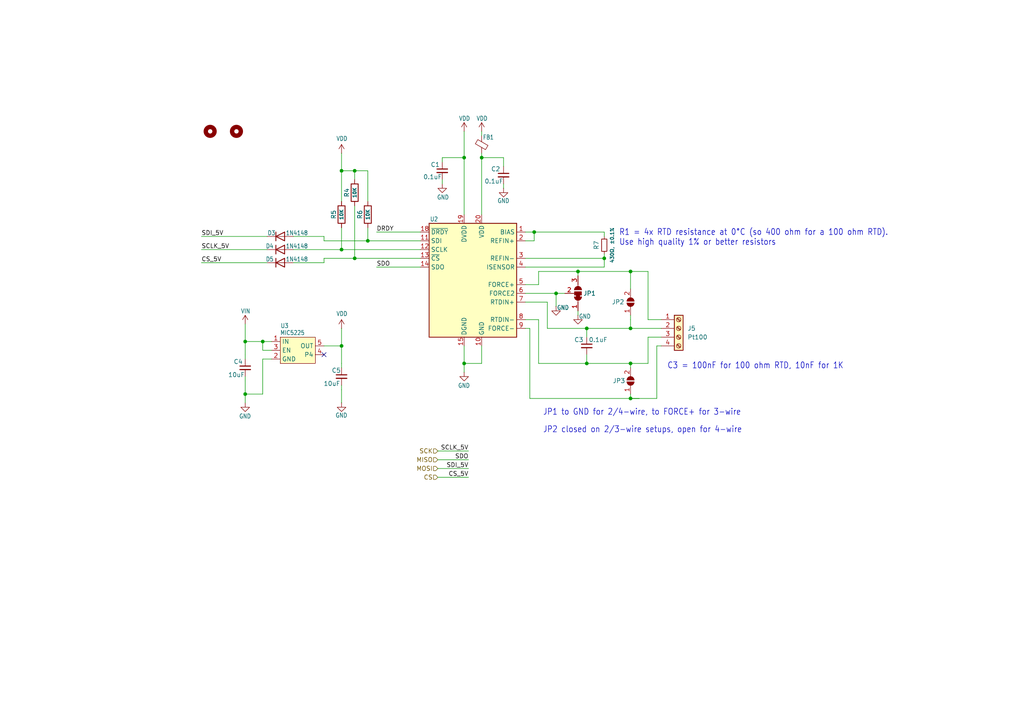
<source format=kicad_sch>
(kicad_sch (version 20231120) (generator "eeschema") (generator_version "8.0")
  (paper "A4")
  (lib_symbols
    (symbol "Connector:Screw_Terminal_01x04" (pin_names (offset 1.016) hide)
      (property "Reference" "J" (at 0 5.08 0))
      (property "Value" "Screw_Terminal_01x04" (at 0 -7.62 0))
      (symbol "Screw_Terminal_01x04_1_1"
        (rectangle (start -1.27 3.81) (end 1.27 -6.35) (stroke (width 0.254)) (fill (type background)))
        (circle (center 0 -5.08) (radius 0.635) (stroke (width 0.1524)))
        (circle (center 0 -2.54) (radius 0.635) (stroke (width 0.1524)))
        (polyline (pts (xy -0.5334 -4.7498) (xy 0.3302 -5.588)) (stroke (width 0.1524)))
        (polyline (pts (xy -0.5334 -2.2098) (xy 0.3302 -3.048)) (stroke (width 0.1524)))
        (polyline (pts (xy -0.5334 0.3302) (xy 0.3302 -0.508)) (stroke (width 0.1524)))
        (polyline (pts (xy -0.5334 2.8702) (xy 0.3302 2.032)) (stroke (width 0.1524)))
        (polyline (pts (xy -0.3556 -4.572) (xy 0.508 -5.4102)) (stroke (width 0.1524)))
        (polyline (pts (xy -0.3556 -2.032) (xy 0.508 -2.8702)) (stroke (width 0.1524)))
        (polyline (pts (xy -0.3556 0.508) (xy 0.508 -0.3302)) (stroke (width 0.1524)))
        (polyline (pts (xy -0.3556 3.048) (xy 0.508 2.2098)) (stroke (width 0.1524)))
        (circle (center 0 0) (radius 0.635) (stroke (width 0.1524)))
        (circle (center 0 2.54) (radius 0.635) (stroke (width 0.1524)))
        (pin passive line (at -5.08 2.54 0) (length 3.81) (name "Pin_1") (number "1"))
        (pin passive line (at -5.08 0 0) (length 3.81) (name "Pin_2") (number "2"))
        (pin passive line (at -5.08 -2.54 0) (length 3.81) (name "Pin_3") (number "3"))
        (pin passive line (at -5.08 -5.08 0) (length 3.81) (name "Pin_4") (number "4"))
      )
    )
    (symbol "Device:C_Small" (pin_numbers hide) (pin_names (offset 0.254) hide)
      (property "Reference" "C" (at 0.254 1.778 0))
      (property "Value" "C_Small" (at 0.254 -2.032 0))
      (symbol "C_Small_0_1"
        (polyline (pts (xy -1.524 -0.508) (xy 1.524 -0.508)) (stroke (width 0.3302)))
        (polyline (pts (xy -1.524 0.508) (xy 1.524 0.508)) (stroke (width 0.3048)))
      )
      (symbol "C_Small_1_1"
        (pin passive line (at 0 2.54 270) (length 2.032) (name "~") (number "1"))
        (pin passive line (at 0 -2.54 90) (length 2.032) (name "~") (number "2"))
      )
    )
    (symbol "Device:D" (pin_numbers hide) (pin_names (offset 1.016) hide)
      (property "Reference" "D" (at 0 2.54 0))
      (property "Value" "D" (at 0 -2.54 0))
      (symbol "D_0_1"
        (polyline (pts (xy -1.27 1.27) (xy -1.27 -1.27)) (stroke (width 0.254)))
        (polyline (pts (xy 1.27 0) (xy -1.27 0)))
        (polyline (pts (xy 1.27 1.27) (xy 1.27 -1.27) (xy -1.27 0) (xy 1.27 1.27)) (stroke (width 0.254)))
      )
      (symbol "D_1_1"
        (pin passive line (at -3.81 0 0) (length 2.54) (name "K") (number "1"))
        (pin passive line (at 3.81 0 180) (length 2.54) (name "A") (number "2"))
      )
    )
    (symbol "Device:FerriteBead_Small" (pin_numbers hide) (pin_names (offset 0))
      (property "Reference" "FB" (at 1.905 1.27 0))
      (property "Value" "FerriteBead_Small" (at 1.905 -1.27 0))
      (symbol "FerriteBead_Small_0_1"
        (polyline (pts (xy 0 -1.27) (xy 0 -0.7874)))
        (polyline (pts (xy 0 0.889) (xy 0 1.2954)))
        (polyline (pts (xy -1.8288 0.2794) (xy -1.1176 1.4986) (xy 1.8288 -0.2032) (xy 1.1176 -1.4224) (xy -1.8288 0.2794)))
      )
      (symbol "FerriteBead_Small_1_1"
        (pin passive line (at 0 2.54 270) (length 1.27) (name "~") (number "1"))
        (pin passive line (at 0 -2.54 90) (length 1.27) (name "~") (number "2"))
      )
    )
    (symbol "Device:R" (pin_numbers hide) (pin_names (offset 0))
      (property "Reference" "R" (at 2.032 0 90))
      (property "Value" "R" (at 0 0 90))
      (symbol "R_0_1"
        (rectangle (start -1.016 -2.54) (end 1.016 2.54) (stroke (width 0.254)))
      )
      (symbol "R_1_1"
        (pin passive line (at 0 3.81 270) (length 1.27) (name "~") (number "1"))
        (pin passive line (at 0 -3.81 90) (length 1.27) (name "~") (number "2"))
      )
    )
    (symbol "Device:R_Small" (pin_numbers hide) (pin_names (offset 0.254) hide)
      (property "Reference" "R" (at 0.762 0.508 0))
      (property "Value" "R_Small" (at 0.762 -1.016 0))
      (symbol "R_Small_0_1"
        (rectangle (start -0.762 1.778) (end 0.762 -1.778) (stroke (width 0.2032)))
      )
      (symbol "R_Small_1_1"
        (pin passive line (at 0 2.54 270) (length 0.762) (name "~") (number "1"))
        (pin passive line (at 0 -2.54 90) (length 0.762) (name "~") (number "2"))
      )
    )
    (symbol "Jumper:SolderJumper_2_Open" (pin_names (offset 0) hide)
      (property "Reference" "JP" (at 0 2.032 0))
      (property "Value" "SolderJumper_2_Open" (at 0 -2.54 0))
      (symbol "SolderJumper_2_Open_0_1"
        (arc (start -0.254 1.016) (mid -1.2656 0) (end -0.254 -1.016))
        (arc (start -0.254 1.016) (mid -1.2656 0) (end -0.254 -1.016) (fill (type outline)))
        (polyline (pts (xy -0.254 1.016) (xy -0.254 -1.016)))
        (polyline (pts (xy 0.254 1.016) (xy 0.254 -1.016)))
        (arc (start 0.254 -1.016) (mid 1.2656 0) (end 0.254 1.016))
        (arc (start 0.254 -1.016) (mid 1.2656 0) (end 0.254 1.016) (fill (type outline)))
      )
      (symbol "SolderJumper_2_Open_1_1"
        (pin passive line (at -3.81 0 0) (length 2.54) (name "A") (number "1"))
        (pin passive line (at 3.81 0 180) (length 2.54) (name "B") (number "2"))
      )
    )
    (symbol "Jumper:SolderJumper_3_Bridged12" (pin_names (offset 0) hide) (exclude_from_sim yes) (in_bom no)
      (property "Reference" "JP" (at -2.54 -2.54 0))
      (property "Value" "SolderJumper_3_Bridged12" (at 0 2.794 0))
      (symbol "SolderJumper_3_Bridged12_0_1"
        (rectangle (start -1.016 0.508) (end -0.508 -0.508) (fill (type outline)))
        (arc (start -1.016 1.016) (mid -2.0276 0) (end -1.016 -1.016))
        (arc (start -1.016 1.016) (mid -2.0276 0) (end -1.016 -1.016) (fill (type outline)))
        (rectangle (start -0.508 1.016) (end 0.508 -1.016) (fill (type outline)))
        (polyline (pts (xy -2.54 0) (xy -2.032 0)))
        (polyline (pts (xy -1.016 1.016) (xy -1.016 -1.016)))
        (polyline (pts (xy 0 -1.27) (xy 0 -1.016)))
        (polyline (pts (xy 1.016 1.016) (xy 1.016 -1.016)))
        (polyline (pts (xy 2.54 0) (xy 2.032 0)))
        (arc (start 1.016 -1.016) (mid 2.0276 0) (end 1.016 1.016))
        (arc (start 1.016 -1.016) (mid 2.0276 0) (end 1.016 1.016) (fill (type outline)))
      )
      (symbol "SolderJumper_3_Bridged12_1_1"
        (pin passive line (at -5.08 0 0) (length 2.54) (name "A") (number "1"))
        (pin passive line (at 0 -3.81 90) (length 2.54) (name "C") (number "2"))
        (pin passive line (at 5.08 0 180) (length 2.54) (name "B") (number "3"))
      )
    )
    (symbol "Mechanical:MountingHole" (pin_names (offset 1.016)) (exclude_from_sim yes) (in_bom no)
      (property "Reference" "H" (at 0 5.08 0))
      (property "Value" "MountingHole" (at 0 3.175 0))
      (symbol "MountingHole_0_1"
        (circle (center 0 0) (radius 1.27) (stroke (width 1.27)))
      )
    )
    (symbol "Sensor_Temperature:MAX31865xTP"
      (property "Reference" "U" (at -11.43 19.05 0))
      (property "Value" "MAX31865xTP" (at 10.16 19.05 0))
      (symbol "MAX31865xTP_0_1"
        (rectangle (start -12.7 17.78) (end 12.7 -15.24) (stroke (width 0.254)) (fill (type background)))
      )
      (symbol "MAX31865xTP_1_1"
        (pin power_out line (at 15.24 15.24 180) (length 2.54) (name "BIAS") (number "1"))
        (pin power_in line (at 2.54 -17.78 90) (length 2.54) (name "GND") (number "10"))
        (pin input line (at -15.24 12.7 0) (length 2.54) (name "SDI") (number "11"))
        (pin input line (at -15.24 10.16 0) (length 2.54) (name "SCLK") (number "12"))
        (pin input line (at -15.24 7.62 0) (length 2.54) (name "~{CS}") (number "13"))
        (pin tri_state line (at -15.24 5.08 0) (length 2.54) (name "SDO") (number "14"))
        (pin power_in line (at -2.54 -17.78 90) (length 2.54) (name "DGND") (number "15"))
        (pin passive line (at 2.54 -17.78 90) (length 2.54) hide (name "GND") (number "16"))
        (pin no_connect line (at -12.7 -2.54 0) (length 2.54) hide (name "NC") (number "17"))
        (pin output line (at -15.24 15.24 0) (length 2.54) (name "~{DRDY}") (number "18"))
        (pin power_in line (at -2.54 20.32 270) (length 2.54) (name "DVDD") (number "19"))
        (pin input line (at 15.24 12.7 180) (length 2.54) (name "REFIN+") (number "2"))
        (pin power_in line (at 2.54 20.32 270) (length 2.54) (name "VDD") (number "20"))
        (pin passive line (at 2.54 -17.78 90) (length 2.54) hide (name "GND") (number "21"))
        (pin input line (at 15.24 7.62 180) (length 2.54) (name "REFIN-") (number "3"))
        (pin passive line (at 15.24 5.08 180) (length 2.54) (name "ISENSOR") (number "4"))
        (pin passive line (at 15.24 0 180) (length 2.54) (name "FORCE+") (number "5"))
        (pin input line (at 15.24 -2.54 180) (length 2.54) (name "FORCE2") (number "6"))
        (pin input line (at 15.24 -5.08 180) (length 2.54) (name "RTDIN+") (number "7"))
        (pin input line (at 15.24 -10.16 180) (length 2.54) (name "RTDIN-") (number "8"))
        (pin power_out line (at 15.24 -12.7 180) (length 2.54) (name "FORCE-") (number "9"))
      )
    )
    (symbol "external_symbols:MIC5225"
      (property "Reference" "U" (at 0.762 8.89 0))
      (symbol "MIC5225_1_0"
        (pin power_in line (at -2.54 6.35 0) (length 2.54) (name "IN") (number "1"))
        (pin power_in line (at -2.54 1.27 0) (length 2.54) (name "GND") (number "2"))
        (pin input line (at -2.54 3.81 0) (length 2.54) (name "EN") (number "3"))
        (pin bidirectional line (at 12.7 2.54 180) (length 2.54) (name "P4") (number "4"))
        (pin power_in line (at 12.7 5.08 180) (length 2.54) (name "OUT") (number "5"))
      )
      (symbol "MIC5225_1_1"
        (rectangle (start 0 7.62) (end 10.16 0) (fill (type background)))
      )
    )
    (symbol "power:GND" (power) (pin_numbers hide) (pin_names (offset 0) hide)
      (property "Value" "GND" (at 0 -3.81 0))
      (symbol "GND_0_1"
        (polyline (pts (xy 0 0) (xy 0 -1.27) (xy 1.27 -1.27) (xy 0 -2.54) (xy -1.27 -1.27) (xy 0 -1.27)))
      )
      (symbol "GND_1_1"
        (pin power_in line (at 0 0 270) (length 0) (name "~") (number "1"))
      )
    )
    (symbol "power:VCC" (power) (pin_numbers hide) (pin_names (offset 0) hide)
      (property "Value" "VCC" (at 0 3.556 0))
      (symbol "VCC_0_1"
        (polyline (pts (xy -0.762 1.27) (xy 0 2.54)))
        (polyline (pts (xy 0 0) (xy 0 2.54)))
        (polyline (pts (xy 0 2.54) (xy 0.762 1.27)))
      )
      (symbol "VCC_1_1"
        (pin power_in line (at 0 0 90) (length 0) (name "~") (number "1"))
      )
    )
    (symbol "power:VDD" (power) (pin_numbers hide) (pin_names (offset 0) hide)
      (property "Value" "VDD" (at 0 3.556 0))
      (symbol "VDD_0_1"
        (polyline (pts (xy -0.762 1.27) (xy 0 2.54)))
        (polyline (pts (xy 0 0) (xy 0 2.54)))
        (polyline (pts (xy 0 2.54) (xy 0.762 1.27)))
      )
      (symbol "VDD_1_1"
        (pin power_in line (at 0 0 90) (length 0) (name "~") (number "1"))
      )
    )
  )
  (junction (at 154.94 67.31))
  (junction (at 102.87 74.93))
  (junction (at 99.06 49.53))
  (junction (at 182.88 95.25))
  (junction (at 182.88 78.74))
  (junction (at 134.62 45.72))
  (junction (at 182.88 105.41))
  (junction (at 106.68 69.85))
  (junction (at 161.29 85.09))
  (junction (at 99.06 100.33))
  (junction (at 102.87 49.53))
  (junction (at 76.2 99.06))
  (junction (at 170.18 105.41))
  (junction (at 167.64 78.74))
  (junction (at 170.18 95.25))
  (junction (at 182.88 115.57))
  (junction (at 71.12 114.3))
  (junction (at 139.7 45.72))
  (junction (at 71.12 99.06))
  (junction (at 175.26 74.93))
  (junction (at 99.06 72.39))
  (junction (at 134.62 105.41))
  (no_connect (at 93.98 102.87))
  (wire (pts (xy 71.12 102.87) (xy 71.12 99.06)) (stroke (width 0.1524)))
  (wire (pts (xy 158.75 87.63) (xy 158.75 95.25)) (stroke (width 0.1524)))
  (wire (pts (xy 152.4 77.47) (xy 175.26 77.47)) (stroke (width 0.1524)))
  (wire (pts (xy 187.96 97.79) (xy 187.96 105.41)))
  (wire (pts (xy 156.21 105.41) (xy 170.18 105.41)) (stroke (width 0.1524)))
  (wire (pts (xy 175.26 67.31) (xy 175.26 68.58)) (stroke (width 0.1524)))
  (wire (pts (xy 161.29 85.09) (xy 163.83 85.09)) (stroke (width 0.1524)))
  (wire (pts (xy 99.06 105.41) (xy 99.06 106.68)))
  (wire (pts (xy 93.98 69.85) (xy 93.98 68.58)) (stroke (width 0.1524)))
  (wire (pts (xy 152.4 74.93) (xy 175.26 74.93)) (stroke (width 0.1524)))
  (wire (pts (xy 191.77 97.79) (xy 187.96 97.79)))
  (wire (pts (xy 170.18 102.87) (xy 170.18 105.41)) (stroke (width 0.1524)))
  (wire (pts (xy 182.88 91.44) (xy 182.88 92.71)))
  (wire (pts (xy 76.2 99.06) (xy 71.12 99.06)) (stroke (width 0.1524)))
  (wire (pts (xy 128.27 45.72) (xy 134.62 45.72)) (stroke (width 0.1524)))
  (wire (pts (xy 134.62 105.41) (xy 134.62 107.95)) (stroke (width 0.1524)))
  (wire (pts (xy 182.88 95.25) (xy 191.77 95.25)) (stroke (width 0.1524)))
  (wire (pts (xy 76.2 101.6) (xy 76.2 99.06)) (stroke (width 0.1524)))
  (wire (pts (xy 154.94 67.31) (xy 175.26 67.31)) (stroke (width 0.1524)))
  (wire (pts (xy 78.74 99.06) (xy 76.2 99.06)) (stroke (width 0.1524)))
  (wire (pts (xy 102.87 74.93) (xy 102.87 59.69)) (stroke (width 0.1524)))
  (wire (pts (xy 182.88 95.25) (xy 182.88 92.71)) (stroke (width 0.1524)))
  (wire (pts (xy 134.62 100.33) (xy 134.62 105.41)) (stroke (width 0.1524)))
  (wire (pts (xy 85.09 72.39) (xy 99.06 72.39)) (stroke (width 0.1524)))
  (wire (pts (xy 71.12 110.49) (xy 71.12 114.3)) (stroke (width 0.1524)))
  (wire (pts (xy 139.7 45.72) (xy 146.05 45.72)) (stroke (width 0.1524)))
  (wire (pts (xy 93.98 76.2) (xy 93.98 74.93)))
  (wire (pts (xy 77.47 76.2) (xy 58.42 76.2)) (stroke (width 0.1524)))
  (wire (pts (xy 187.96 92.71) (xy 187.96 78.74)))
  (wire (pts (xy 121.92 77.47) (xy 109.22 77.47)) (stroke (width 0.1524)))
  (wire (pts (xy 158.75 95.25) (xy 170.18 95.25)) (stroke (width 0.1524)))
  (wire (pts (xy 134.62 105.41) (xy 139.7 105.41)) (stroke (width 0.1524)))
  (wire (pts (xy 182.88 105.41) (xy 187.96 105.41)))
  (wire (pts (xy 152.4 87.63) (xy 158.75 87.63)) (stroke (width 0.1524)))
  (wire (pts (xy 93.98 100.33) (xy 99.06 100.33)) (stroke (width 0.1524)))
  (wire (pts (xy 167.64 78.74) (xy 182.88 78.74)) (stroke (width 0.1524)))
  (wire (pts (xy 106.68 66.04) (xy 106.68 69.85)))
  (wire (pts (xy 99.06 100.33) (xy 99.06 105.41)) (stroke (width 0.1524)))
  (wire (pts (xy 153.67 115.57) (xy 182.88 115.57)) (stroke (width 0.1524)))
  (wire (pts (xy 182.88 78.74) (xy 187.96 78.74)))
  (wire (pts (xy 127 138.43) (xy 135.89 138.43)))
  (wire (pts (xy 99.06 49.53) (xy 102.87 49.53)))
  (wire (pts (xy 146.05 45.72) (xy 146.05 48.26)) (stroke (width 0.1524)))
  (wire (pts (xy 170.18 95.25) (xy 182.88 95.25)) (stroke (width 0.1524)))
  (wire (pts (xy 182.88 78.74) (xy 182.88 83.82)))
  (wire (pts (xy 156.21 105.41) (xy 156.21 92.71)) (stroke (width 0.1524)))
  (wire (pts (xy 78.74 101.6) (xy 76.2 101.6)) (stroke (width 0.1524)))
  (wire (pts (xy 152.4 95.25) (xy 153.67 95.25)) (stroke (width 0.1524)))
  (wire (pts (xy 71.12 114.3) (xy 71.12 116.84)) (stroke (width 0.1524)))
  (wire (pts (xy 152.4 85.09) (xy 161.29 85.09)) (stroke (width 0.1524)))
  (wire (pts (xy 76.2 114.3) (xy 71.12 114.3)) (stroke (width 0.1524)))
  (wire (pts (xy 128.27 45.72) (xy 128.27 46.99)))
  (wire (pts (xy 152.4 92.71) (xy 156.21 92.71)) (stroke (width 0.1524)))
  (wire (pts (xy 182.88 115.57) (xy 190.5 115.57)) (stroke (width 0.1524)))
  (wire (pts (xy 146.05 53.34) (xy 146.05 54.61)) (stroke (width 0.1524)))
  (wire (pts (xy 167.64 91.44) (xy 167.64 90.17)) (stroke (width 0.1524)))
  (wire (pts (xy 77.47 68.58) (xy 58.42 68.58)) (stroke (width 0.1524)))
  (wire (pts (xy 139.7 45.72) (xy 139.7 62.23)) (stroke (width 0.1524)))
  (wire (pts (xy 128.27 52.07) (xy 128.27 53.34)))
  (wire (pts (xy 152.4 69.85) (xy 154.94 69.85)) (stroke (width 0.1524)))
  (wire (pts (xy 99.06 100.33) (xy 99.06 95.25)) (stroke (width 0.1524)))
  (wire (pts (xy 106.68 69.85) (xy 121.92 69.85)) (stroke (width 0.1524)))
  (wire (pts (xy 167.64 78.74) (xy 167.64 80.01)))
  (wire (pts (xy 170.18 105.41) (xy 182.88 105.41)) (stroke (width 0.1524)))
  (wire (pts (xy 76.2 104.14) (xy 76.2 114.3)) (stroke (width 0.1524)))
  (wire (pts (xy 102.87 49.53) (xy 106.68 49.53)) (stroke (width 0.1524)))
  (wire (pts (xy 182.88 105.41) (xy 182.88 106.68)))
  (wire (pts (xy 175.26 73.66) (xy 175.26 74.93)) (stroke (width 0.1524)))
  (wire (pts (xy 99.06 49.53) (xy 99.06 58.42)) (stroke (width 0.1524)))
  (wire (pts (xy 139.7 44.45) (xy 139.7 45.72)) (stroke (width 0.1524)))
  (wire (pts (xy 77.47 72.39) (xy 58.42 72.39)) (stroke (width 0.1524)))
  (wire (pts (xy 93.98 68.58) (xy 85.09 68.58)) (stroke (width 0.1524)))
  (wire (pts (xy 182.88 115.57) (xy 185.42 115.57)))
  (wire (pts (xy 102.87 49.53) (xy 102.87 52.07)))
  (wire (pts (xy 182.88 114.3) (xy 182.88 115.57)))
  (wire (pts (xy 121.92 67.31) (xy 109.22 67.31)) (stroke (width 0.1524)))
  (wire (pts (xy 153.67 115.57) (xy 153.67 95.25)) (stroke (width 0.1524)))
  (wire (pts (xy 127 133.35) (xy 135.89 133.35)))
  (wire (pts (xy 99.06 113.03) (xy 99.06 116.84)) (stroke (width 0.1524)))
  (wire (pts (xy 127 130.81) (xy 135.89 130.81)))
  (wire (pts (xy 71.12 109.22) (xy 71.12 110.49)))
  (wire (pts (xy 99.06 72.39) (xy 99.06 66.04)) (stroke (width 0.1524)))
  (wire (pts (xy 71.12 99.06) (xy 71.12 93.98)) (stroke (width 0.1524)))
  (wire (pts (xy 139.7 100.33) (xy 139.7 105.41)) (stroke (width 0.1524)))
  (wire (pts (xy 85.09 76.2) (xy 93.98 76.2)))
  (wire (pts (xy 99.06 111.76) (xy 99.06 113.03)))
  (wire (pts (xy 156.21 78.74) (xy 167.64 78.74)))
  (wire (pts (xy 134.62 45.72) (xy 134.62 62.23)) (stroke (width 0.1524)))
  (wire (pts (xy 161.29 85.09) (xy 161.29 88.9)))
  (wire (pts (xy 78.74 104.14) (xy 76.2 104.14)) (stroke (width 0.1524)))
  (wire (pts (xy 93.98 69.85) (xy 106.68 69.85)) (stroke (width 0.1524)))
  (wire (pts (xy 134.62 38.1) (xy 134.62 45.72)) (stroke (width 0.1524)))
  (wire (pts (xy 127 135.89) (xy 135.89 135.89)))
  (wire (pts (xy 175.26 74.93) (xy 175.26 77.47)) (stroke (width 0.1524)))
  (wire (pts (xy 170.18 95.25) (xy 170.18 97.79)))
  (wire (pts (xy 191.77 92.71) (xy 187.96 92.71)))
  (wire (pts (xy 106.68 49.53) (xy 106.68 58.42)) (stroke (width 0.1524)))
  (wire (pts (xy 190.5 100.33) (xy 190.5 115.57)) (stroke (width 0.1524)))
  (wire (pts (xy 71.12 102.87) (xy 71.12 104.14)))
  (wire (pts (xy 93.98 74.93) (xy 101.6 74.93)))
  (wire (pts (xy 156.21 82.55) (xy 152.4 82.55)))
  (wire (pts (xy 121.92 72.39) (xy 99.06 72.39)) (stroke (width 0.1524)))
  (wire (pts (xy 152.4 67.31) (xy 154.94 67.31)) (stroke (width 0.1524)))
  (wire (pts (xy 154.94 67.31) (xy 154.94 69.85)) (stroke (width 0.1524)))
  (wire (pts (xy 121.92 74.93) (xy 102.87 74.93)) (stroke (width 0.1524)))
  (wire (pts (xy 156.21 78.74) (xy 156.21 82.55)))
  (wire (pts (xy 190.5 100.33) (xy 191.77 100.33)) (stroke (width 0.1524)))
  (wire (pts (xy 139.7 38.1) (xy 139.7 39.37)) (stroke (width 0.1524)))
  (wire (pts (xy 102.87 74.93) (xy 101.6 74.93)) (stroke (width 0.1524)))
  (wire (pts (xy 99.06 44.45) (xy 99.06 49.53)) (stroke (width 0.1524)))
  (text "JP1 to GND for 2/4-wire, to FORCE+ for 3-wire" (at 157.48 120.65 0) (effects (font (size 1.778 1.5113)) (justify left bottom)))
  (text "C3 = 100nF for 100 ohm RTD, 10nF for 1K" (at 193.548 107.188 0) (effects (font (size 1.778 1.5113)) (justify left bottom)))
  (text "JP2 closed on 2/3-wire setups, open for 4-wire" (at 157.48 125.73 0) (effects (font (size 1.778 1.5113)) (justify left bottom)))
  (text "R1 = 4x RTD resistance at 0°C (so 400 ohm for a 100 ohm RTD).\nUse high quality 1% or better resistors" (at 179.578 71.374 0) (effects (font (size 1.778 1.5113)) (justify left bottom)))
  (label "DRDY" (at 109.22 67.31 0) (effects (font (size 1.2446 1.2446))))
  (label "SDO" (at 109.22 77.47 0) (effects (font (size 1.2446 1.2446))))
  (label "SDO" (at 135.89 133.35 180) (effects (font (size 1.2446 1.2446))))
  (label "CS_5V" (at 58.42 76.2 0) (effects (font (size 1.2446 1.2446))))
  (label "SCLK_5V" (at 58.42 72.39 0) (effects (font (size 1.2446 1.2446))))
  (label "SDI_5V" (at 135.89 135.89 180) (effects (font (size 1.2446 1.2446))))
  (label "CS_5V" (at 135.89 138.43 180) (effects (font (size 1.2446 1.2446))))
  (label "SDI_5V" (at 58.42 68.58 0) (effects (font (size 1.2446 1.2446))))
  (label "SCLK_5V" (at 135.89 130.81 180) (effects (font (size 1.2446 1.2446))))
  (hierarchical_label "MISO" (shape input) (at 127 133.35 180))
  (hierarchical_label "SCK" (shape input) (at 127 130.81 180))
  (hierarchical_label "MOSI" (shape input) (at 127 135.89 180))
  (hierarchical_label "CS" (shape input) (at 127 138.43 180))
  (symbol (lib_id "power:VDD") (at 139.7 38.1 0) (unit 1)
    (property "Reference" "#U$02" (effects (hide yes)))
    (property "Value" "VDD" (at 138.176 35.052 0) (effects (font (size 1.27 1.0795)) (justify left bottom)))
    (property "Description" "Power symbol creates a global label with name \"VDD\"" (effects (hide yes)))
    (instances (project "testing-station" (path "" (reference "#U$02") (unit 1)) (path "" (reference "#U$017") (unit 1)) (path "" (reference "#U$032") (unit 1))))
  )
  (symbol (lib_id "power:GND") (at 146.05 54.61 0) (unit 1)
    (property "Reference" "#U$05" (effects (hide yes)))
    (property "Value" "GND" (at 144.272 58.928 0) (effects (font (size 1.27 1.0795)) (justify left bottom)))
    (property "Description" "Power symbol creates a global label with name \"GND\" , ground" (effects (hide yes)))
    (instances (project "testing-station" (path "" (reference "#U$05") (unit 1)) (path "" (reference "#U$020") (unit 1)) (path "" (reference "#U$035") (unit 1))))
  )
  (symbol (lib_id "power:VCC") (at 71.12 93.98 0) (unit 1)
    (property "Reference" "#U$08" (effects (hide yes)))
    (property "Value" "VIN" (at 69.85 90.932 0) (effects (font (size 1.27 1.0795)) (justify left bottom)))
    (property "Description" "Power symbol creates a global label with name \"VCC\"" (effects (hide yes)))
    (instances (project "testing-station" (path "" (reference "#U$08") (unit 1)) (path "" (reference "#U$023") (unit 1)) (path "" (reference "#U$038") (unit 1))))
  )
  (symbol (lib_id "power:GND") (at 167.64 91.44 0) (unit 1)
    (property "Reference" "#U$07" (effects (hide yes)))
    (property "Value" "GND" (at 167.894 92.456 0) (effects (font (size 1.27 1.0795)) (justify left bottom)))
    (property "Description" "Power symbol creates a global label with name \"GND\" , ground" (effects (hide yes)))
    (instances (project "testing-station" (path "" (reference "#U$07") (unit 1)) (path "" (reference "#U$022") (unit 1)) (path "" (reference "#U$037") (unit 1))))
  )
  (symbol (lib_id "Mechanical:MountingHole") (at 60.96 38.1 0) (unit 1) (exclude_from_sim yes) (in_bom no)
    (property "Reference" "U$1" (effects (hide yes)))
    (property "Value" "MOUNTINGHOLE2.5" (effects (hide yes)))
    (property "Footprint" "MountingHole:MountingHole_2.2mm_M2_ISO7380" (effects (hide yes)))
    (property "Description" "Mounting Hole without connection" (effects (hide yes)))
    (instances (project "testing-station" (path "" (reference "U$1") (unit 1)) (path "" (reference "U$3") (unit 1)) (path "" (reference "U$5") (unit 1))))
  )
  (symbol (lib_id "power:VDD") (at 99.06 95.25 0) (unit 1)
    (property "Reference" "#U$09" (effects (hide yes)))
    (property "Value" "VDD" (at 97.536 91.694 0) (effects (font (size 1.27 1.0795)) (justify left bottom)))
    (property "Description" "Power symbol creates a global label with name \"VDD\"" (effects (hide yes)))
    (instances (project "testing-station" (path "" (reference "#U$09") (unit 1)) (path "" (reference "#U$024") (unit 1)) (path "" (reference "#U$039") (unit 1))))
  )
  (symbol (lib_id "Device:C_Small") (at 128.27 49.53 0) (unit 1)
    (property "Reference" "C1" (at 126.238 47.752 0))
    (property "Value" "0.1uF" (at 125.476 51.308 0))
    (property "Footprint" "Capacitor_SMD:C_0805_2012Metric" (effects (hide yes)))
    (property "Description" "0.1µF ±10% 50V Ceramic Capacitor X7R 0805 (2012 Metric)" (effects (hide yes)))
    (property "MPN" "/" (effects (hide yes)))
    (property "Manufacturer" "/" (effects (hide yes)))
    (property "SPN" "GPC0805104" (effects (hide yes)))
    (property "Supplier" "Eurocircuits" (effects (hide yes)))
    (instances (project "testing-station" (path "" (reference "C1") (unit 1)) (path "" (reference "C6") (unit 1)) (path "" (reference "C11") (unit 1))))
  )
  (symbol (lib_id "Device:D") (at 81.28 76.2 0) (unit 1)
    (property "Reference" "D5" (at 78.232 75.184 0) (effects (font (size 1.27 1.0795))))
    (property "Value" "1N4148" (at 86.106 75.184 0) (effects (font (size 1.27 1.0795))))
    (property "Footprint" "Diode_SMD:D_SOD-323" (effects (hide yes)))
    (property "Description" "DIODE GEN PURP 75V 150MA SOD323" (effects (hide yes)))
    (property "Sim.Device" "D" (effects (hide yes)))
    (property "Sim.Pins" "1=K 2=A" (effects (hide yes)))
    (property "Component package type" "SOD-323" (effects (hide yes)))
    (property "MPN" "1N4148WX-TP" (effects (hide yes)))
    (property "Manufacturer" "Micro Commercial Co" (effects (hide yes)))
    (property "SPN" "1N4148WXTPMSTR-ND" (effects (hide yes)))
    (property "Supplier" "DigiKey" (effects (hide yes)))
    (instances (project "testing-station" (path "" (reference "D5") (unit 1)) (path "" (reference "D8") (unit 1)) (path "" (reference "D11") (unit 1))))
  )
  (symbol (lib_id "Device:C_Small") (at 99.06 109.22 0) (unit 1)
    (property "Reference" "C5" (at 97.536 107.442 0))
    (property "Value" "10uF" (at 96.266 111.252 0))
    (property "Footprint" "Capacitor_SMD:C_0805_2012Metric" (effects (hide yes)))
    (property "Description" "10µF ±10% 16V Ceramic Capacitor X5R 0805 (2012 Metric)" (effects (hide yes)))
    (property "Component package type" "C_0805" (effects (hide yes)))
    (property "MPN" "/" (effects (hide yes)))
    (property "Manufacturer" "/" (effects (hide yes)))
    (property "SPN" "GPC0805106-16" (effects (hide yes)))
    (property "Supplier" "Eurocircuits" (effects (hide yes)))
    (instances (project "testing-station" (path "" (reference "C5") (unit 1)) (path "" (reference "C10") (unit 1)) (path "" (reference "C15") (unit 1))))
  )
  (symbol (lib_id "Device:R") (at 106.68 62.23 180) (unit 1)
    (property "Reference" "R6" (at 104.394 62.23 90))
    (property "Value" "10K" (at 106.68 62.23 90) (effects (font (size 1.016 1.016) (bold yes))))
    (property "Footprint" "Resistor_SMD:R_0805_2012Metric" (effects (hide yes)))
    (property "Description" "SMD Chip Resistor, 10 kohm, ± 1%, 125 mW, 0805 [2012 Metric], Thick Film, General Purpose" (effects (hide yes)))
    (property "MPN" "/" (effects (hide yes)))
    (property "Manufacturer" "/" (effects (hide yes)))
    (property "SPN" "GPR080510K" (effects (hide yes)))
    (property "Supplier" "Eurocircuits" (effects (hide yes)))
    (instances (project "testing-station" (path "" (reference "R6") (unit 1)) (path "" (reference "R10") (unit 1)) (path "" (reference "R14") (unit 1))))
  )
  (symbol (lib_id "Device:C_Small") (at 71.12 106.68 0) (unit 1)
    (property "Reference" "C4" (at 69.088 104.902 0))
    (property "Value" "10uF" (at 68.58 108.712 0))
    (property "Footprint" "Capacitor_SMD:C_0805_2012Metric" (effects (hide yes)))
    (property "Description" "10µF ±10% 16V Ceramic Capacitor X5R 0805 (2012 Metric)" (effects (hide yes)))
    (property "Component package type" "C_0805" (effects (hide yes)))
    (property "MPN" "/" (effects (hide yes)))
    (property "Manufacturer" "/" (effects (hide yes)))
    (property "SPN" "GPC0805106-16" (effects (hide yes)))
    (property "Supplier" "Eurocircuits" (effects (hide yes)))
    (instances (project "testing-station" (path "" (reference "C4") (unit 1)) (path "" (reference "C9") (unit 1)) (path "" (reference "C14") (unit 1))))
  )
  (symbol (lib_id "Jumper:SolderJumper_2_Open") (at 182.88 87.63 90) (unit 1) (in_bom no)
    (property "Reference" "JP2" (at 181.102 86.868 90) (effects (justify left bottom)))
    (property "Value" "SOLDERJUMPER" (effects (hide yes)))
    (property "Footprint" "Jumper:SolderJumper-2_P1.3mm_Open_RoundedPad1.0x1.5mm" (effects (hide yes)))
    (property "Description" "Solder Jumper, 2-pole, open" (effects (hide yes)))
    (instances (project "testing-station" (path "" (reference "JP2") (unit 1)) (path "" (reference "JP5") (unit 1)) (path "" (reference "JP8") (unit 1))))
  )
  (symbol (lib_id "power:GND") (at 134.62 107.95 0) (unit 1)
    (property "Reference" "#U$010" (effects (hide yes)))
    (property "Value" "GND" (at 132.842 112.522 0) (effects (font (size 1.27 1.0795)) (justify left bottom)))
    (property "Description" "Power symbol creates a global label with name \"GND\" , ground" (effects (hide yes)))
    (instances (project "testing-station" (path "" (reference "#U$010") (unit 1)) (path "" (reference "#U$025") (unit 1)) (path "" (reference "#U$040") (unit 1))))
  )
  (symbol (lib_id "Jumper:SolderJumper_3_Bridged12") (at 167.64 85.09 270) (mirror x) (unit 1) (exclude_from_sim yes) (in_bom no)
    (property "Reference" "JP1" (at 169.164 85.09 90) (effects (justify left)))
    (property "Value" "SolderJumper_3_Bridged12" (effects (hide yes)))
    (property "Footprint" "Jumper:SolderJumper-3_P1.3mm_Bridged12_Pad1.0x1.5mm" (effects (hide yes)))
    (property "Description" "3-pole Solder Jumper, pins 1+2 closed/bridged" (effects (hide yes)))
    (instances (project "testing-station" (path "" (reference "JP1") (unit 1)) (path "" (reference "JP4") (unit 1)) (path "" (reference "JP7") (unit 1))))
  )
  (symbol (lib_id "power:GND") (at 128.27 53.34 0) (unit 1)
    (property "Reference" "#U$04" (effects (hide yes)))
    (property "Value" "GND" (at 126.746 57.912 0) (effects (font (size 1.27 1.0795)) (justify left bottom)))
    (property "Description" "Power symbol creates a global label with name \"GND\" , ground" (effects (hide yes)))
    (instances (project "testing-station" (path "" (reference "#U$04") (unit 1)) (path "" (reference "#U$019") (unit 1)) (path "" (reference "#U$034") (unit 1))))
  )
  (symbol (lib_id "Jumper:SolderJumper_2_Open") (at 182.88 110.49 90) (unit 1) (in_bom no)
    (property "Reference" "JP3" (at 181.356 109.728 90) (effects (justify left bottom)))
    (property "Value" "SOLDERJUMPER" (effects (hide yes)))
    (property "Footprint" "Jumper:SolderJumper-2_P1.3mm_Open_RoundedPad1.0x1.5mm" (effects (hide yes)))
    (property "Description" "Solder Jumper, 2-pole, open" (effects (hide yes)))
    (instances (project "testing-station" (path "" (reference "JP3") (unit 1)) (path "" (reference "JP6") (unit 1)) (path "" (reference "JP9") (unit 1))))
  )
  (symbol (lib_id "Device:R") (at 99.06 62.23 180) (unit 1)
    (property "Reference" "R5" (at 96.774 62.23 90))
    (property "Value" "10K" (at 99.06 62.23 90) (effects (font (size 1.016 1.016) (bold yes))))
    (property "Footprint" "Resistor_SMD:R_0805_2012Metric" (effects (hide yes)))
    (property "Description" "SMD Chip Resistor, 10 kohm, ± 1%, 125 mW, 0805 [2012 Metric], Thick Film, General Purpose" (effects (hide yes)))
    (property "MPN" "/" (effects (hide yes)))
    (property "Manufacturer" "/" (effects (hide yes)))
    (property "SPN" "GPR080510K" (effects (hide yes)))
    (property "Supplier" "Eurocircuits" (effects (hide yes)))
    (instances (project "testing-station" (path "" (reference "R5") (unit 1)) (path "" (reference "R9") (unit 1)) (path "" (reference "R13") (unit 1))))
  )
  (symbol (lib_id "power:GND") (at 71.12 116.84 0) (unit 1)
    (property "Reference" "#U$011" (effects (hide yes)))
    (property "Value" "GND" (at 69.342 121.412 0) (effects (font (size 1.27 1.0795)) (justify left bottom)))
    (property "Description" "Power symbol creates a global label with name \"GND\" , ground" (effects (hide yes)))
    (instances (project "testing-station" (path "" (reference "#U$011") (unit 1)) (path "" (reference "#U$026") (unit 1)) (path "" (reference "#U$041") (unit 1))))
  )
  (symbol (lib_id "Device:R_Small") (at 175.26 71.12 180) (unit 1)
    (property "Reference" "R7" (at 172.974 71.12 90))
    (property "Value" "430Ω, ±0.1%" (at 177.546 71.12 90) (effects (font (size 1.016 1.016) (bold yes))))
    (property "Footprint" "Resistor_SMD:R_0805_2012Metric" (effects (hide yes)))
    (property "Description" "SMD Chip Resistor, 430 ohm, ± 1%, 125 mW, 0805 [2012 Metric], Thick Film, General Purpose" (effects (hide yes)))
    (property "MPN" "/" (effects (hide yes)))
    (property "Manufacturer" "/" (effects (hide yes)))
    (property "SPN" "GPR0805430R" (effects (hide yes)))
    (property "Supplier" "Eurocircuits" (effects (hide yes)))
    (instances (project "testing-station" (path "" (reference "R7") (unit 1)) (path "" (reference "R11") (unit 1)) (path "" (reference "R15") (unit 1))))
  )
  (symbol (lib_id "power:GND") (at 161.29 88.9 0) (unit 1)
    (property "Reference" "#U$06" (effects (hide yes)))
    (property "Value" "GND" (at 161.544 89.916 0) (effects (font (size 1.27 1.0795)) (justify left bottom)))
    (property "Description" "Power symbol creates a global label with name \"GND\" , ground" (effects (hide yes)))
    (instances (project "testing-station" (path "" (reference "#U$06") (unit 1)) (path "" (reference "#U$021") (unit 1)) (path "" (reference "#U$036") (unit 1))))
  )
  (symbol (lib_id "power:VDD") (at 99.06 44.45 0) (unit 1)
    (property "Reference" "#U$03" (effects (hide yes)))
    (property "Value" "VDD" (at 97.536 40.894 0) (effects (font (size 1.27 1.0795)) (justify left bottom)))
    (property "Description" "Power symbol creates a global label with name \"VDD\"" (effects (hide yes)))
    (instances (project "testing-station" (path "" (reference "#U$03") (unit 1)) (path "" (reference "#U$018") (unit 1)) (path "" (reference "#U$033") (unit 1))))
  )
  (symbol (lib_id "power:VDD") (at 134.62 38.1 0) (unit 1)
    (property "Reference" "#U$01" (effects (hide yes)))
    (property "Value" "VDD" (at 133.096 35.052 0) (effects (font (size 1.27 1.0795)) (justify left bottom)))
    (property "Description" "Power symbol creates a global label with name \"VDD\"" (effects (hide yes)))
    (instances (project "testing-station" (path "" (reference "#U$01") (unit 1)) (path "" (reference "#U$016") (unit 1)) (path "" (reference "#U$031") (unit 1))))
  )
  (symbol (lib_id "Device:D") (at 81.28 72.39 0) (unit 1)
    (property "Reference" "D4" (at 78.232 71.374 0) (effects (font (size 1.27 1.0795))))
    (property "Value" "1N4148" (at 86.106 71.374 0) (effects (font (size 1.27 1.0795))))
    (property "Footprint" "Diode_SMD:D_SOD-323" (effects (hide yes)))
    (property "Description" "DIODE GEN PURP 75V 150MA SOD323" (effects (hide yes)))
    (property "Sim.Device" "D" (effects (hide yes)))
    (property "Sim.Pins" "1=K 2=A" (effects (hide yes)))
    (property "Component package type" "SOD-323" (effects (hide yes)))
    (property "MPN" "1N4148WX-TP" (effects (hide yes)))
    (property "Manufacturer" "Micro Commercial Co" (effects (hide yes)))
    (property "SPN" "1N4148WXTPMSTR-ND" (effects (hide yes)))
    (property "Supplier" "DigiKey" (effects (hide yes)))
    (instances (project "testing-station" (path "" (reference "D4") (unit 1)) (path "" (reference "D7") (unit 1)) (path "" (reference "D10") (unit 1))))
  )
  (symbol (lib_id "Device:R") (at 102.87 55.88 180) (unit 1)
    (property "Reference" "R4" (at 100.584 55.88 90))
    (property "Value" "10K" (at 102.87 55.88 90) (effects (font (size 1.016 1.016) (bold yes))))
    (property "Footprint" "Resistor_SMD:R_0805_2012Metric" (effects (hide yes)))
    (property "Description" "SMD Chip Resistor, 10 kohm, ± 1%, 125 mW, 0805 [2012 Metric], Thick Film, General Purpose" (effects (hide yes)))
    (property "MPN" "/" (effects (hide yes)))
    (property "Manufacturer" "/" (effects (hide yes)))
    (property "SPN" "GPR080510K" (effects (hide yes)))
    (property "Supplier" "Eurocircuits" (effects (hide yes)))
    (instances (project "testing-station" (path "" (reference "R4") (unit 1)) (path "" (reference "R8") (unit 1)) (path "" (reference "R12") (unit 1))))
  )
  (symbol (lib_id "Mechanical:MountingHole") (at 68.58 38.1 0) (unit 1) (exclude_from_sim yes) (in_bom no)
    (property "Reference" "U$2" (effects (hide yes)))
    (property "Value" "MOUNTINGHOLE2.5" (effects (hide yes)))
    (property "Footprint" "MountingHole:MountingHole_2.2mm_M2_ISO7380" (effects (hide yes)))
    (property "Description" "Mounting Hole without connection" (effects (hide yes)))
    (instances (project "testing-station" (path "" (reference "U$2") (unit 1)) (path "" (reference "U$4") (unit 1)) (path "" (reference "U$6") (unit 1))))
  )
  (symbol (lib_id "power:GND") (at 99.06 116.84 0) (unit 1)
    (property "Reference" "#U$012" (effects (hide yes)))
    (property "Value" "GND" (at 97.282 121.158 0) (effects (font (size 1.27 1.0795)) (justify left bottom)))
    (property "Description" "Power symbol creates a global label with name \"GND\" , ground" (effects (hide yes)))
    (instances (project "testing-station" (path "" (reference "#U$012") (unit 1)) (path "" (reference "#U$027") (unit 1)) (path "" (reference "#U$042") (unit 1))))
  )
  (symbol (lib_id "Device:C_Small") (at 146.05 50.8 0) (unit 1)
    (property "Reference" "C2" (at 143.764 49.022 0))
    (property "Value" "0.1uF" (at 143.256 52.578 0))
    (property "Footprint" "Capacitor_SMD:C_0805_2012Metric" (effects (hide yes)))
    (property "Description" "0.1µF ±10% 50V Ceramic Capacitor X7R 0805 (2012 Metric)" (effects (hide yes)))
    (property "MPN" "/" (effects (hide yes)))
    (property "Manufacturer" "/" (effects (hide yes)))
    (property "SPN" "GPC0805104" (effects (hide yes)))
    (property "Supplier" "Eurocircuits" (effects (hide yes)))
    (instances (project "testing-station" (path "" (reference "C2") (unit 1)) (path "" (reference "C7") (unit 1)) (path "" (reference "C12") (unit 1))))
  )
  (symbol (lib_id "Connector:Screw_Terminal_01x04") (at 196.85 95.25 0) (unit 1)
    (property "Reference" "J5" (at 199.39 95.2499 0) (effects (justify left)))
    (property "Value" "Pt100" (at 199.39 97.7899 0) (effects (justify left)))
    (property "Footprint" "TerminalBlock_4Ucon:TerminalBlock_4Ucon_1x04_P3.50mm_Horizontal" (effects (hide yes)))
    (property "Description" "TERM BLK 4POS SIDE ENT 3.5MM PCB" (effects (hide yes)))
    (property "MPN" "0393570004" (effects (hide yes)))
    (property "Manufacturer" "Molex" (effects (hide yes)))
    (property "SPN" "WM7860-ND" (effects (hide yes)))
    (property "Supplier" "DigiKey" (effects (hide yes)))
    (instances (project "testing-station" (path "" (reference "J5") (unit 1)) (path "" (reference "J7") (unit 1)) (path "" (reference "J9") (unit 1))))
  )
  (symbol (lib_id "Device:FerriteBead_Small") (at 139.7 41.91 180) (unit 1)
    (property "Reference" "FB1" (at 143.256 39.116 0) (effects (font (size 1.27 1.0795)) (justify left bottom)))
    (property "Value" "FERRITE-0805NO" (effects (hide yes)))
    (property "Footprint" "Inductor_SMD:L_0805_2012Metric" (effects (hide yes)))
    (property "Description" "FERRITE BEAD 200 OHM 0805 1LN" (effects (hide yes)))
    (property "MPN" "LI0805G201R-10" (effects (hide yes)))
    (property "Manufacturer" "Laird-Signal Integrity Products" (effects (hide yes)))
    (property "SPN" "240-2549-2-ND" (effects (hide yes)))
    (property "Supplier" "DigiKey" (effects (hide yes)))
    (instances (project "testing-station" (path "" (reference "FB1") (unit 1)) (path "" (reference "FB2") (unit 1)) (path "" (reference "FB3") (unit 1))))
  )
  (symbol (lib_id "Device:C_Small") (at 170.18 100.33 0) (unit 1)
    (property "Reference" "C3" (at 167.894 98.552 0))
    (property "Value" "0.1uF" (at 173.482 98.552 0))
    (property "Footprint" "Capacitor_SMD:C_0805_2012Metric" (effects (hide yes)))
    (property "Description" "0.1µF ±10% 50V Ceramic Capacitor X7R 0805 (2012 Metric)" (effects (hide yes)))
    (property "MPN" "/" (effects (hide yes)))
    (property "Manufacturer" "/" (effects (hide yes)))
    (property "SPN" "GPC0805104" (effects (hide yes)))
    (property "Supplier" "Eurocircuits" (effects (hide yes)))
    (instances (project "testing-station" (path "" (reference "C3") (unit 1)) (path "" (reference "C8") (unit 1)) (path "" (reference "C13") (unit 1))))
  )
  (symbol (lib_id "external_symbols:MIC5225") (at 81.28 105.41 0) (unit 1)
    (property "Reference" "U3" (at 82.55 94.488 0) (effects (font (size 1.27 1.0795))))
    (property "Value" "MIC5225" (at 84.836 96.52 0) (effects (font (size 1.27 1.0795))))
    (property "Footprint" "Package_TO_SOT_SMD:SOT-23-5" (effects (hide yes)))
    (property "Description" "IC REG LINEAR 3.3V 150MA SOT23-5" (effects (hide yes)))
    (property "Component package type" "SOT-235" (effects (hide yes)))
    (property "MPN" "MIC5225-3.3YM5-TR" (effects (hide yes)))
    (property "Manufacturer" "Microchip Technology" (effects (hide yes)))
    (property "SPN" "576-2980-2-ND" (effects (hide yes)))
    (property "Supplier" "DigiKey" (effects (hide yes)))
    (instances (project "testing-station" (path "" (reference "U3") (unit 1)) (path "" (reference "U5") (unit 1)) (path "" (reference "U7") (unit 1))))
  )
  (symbol (lib_id "Device:D") (at 81.28 68.58 0) (unit 1)
    (property "Reference" "D3" (at 78.74 67.564 0) (effects (font (size 1.27 1.0795))))
    (property "Value" "1N4148" (at 86.106 67.564 0) (effects (font (size 1.27 1.0795))))
    (property "Footprint" "Diode_SMD:D_SOD-323" (effects (hide yes)))
    (property "Description" "DIODE GEN PURP 75V 150MA SOD323" (effects (hide yes)))
    (property "Sim.Device" "D" (effects (hide yes)))
    (property "Sim.Pins" "1=K 2=A" (effects (hide yes)))
    (property "Component package type" "SOD-323" (effects (hide yes)))
    (property "MPN" "1N4148WX-TP" (effects (hide yes)))
    (property "Manufacturer" "Micro Commercial Co" (effects (hide yes)))
    (property "SPN" "1N4148WXTPMSTR-ND" (effects (hide yes)))
    (property "Supplier" "DigiKey" (effects (hide yes)))
    (instances (project "testing-station" (path "" (reference "D3") (unit 1)) (path "" (reference "D6") (unit 1)) (path "" (reference "D9") (unit 1))))
  )
  (symbol (lib_id "Sensor_Temperature:MAX31865xTP") (at 137.16 82.55 0) (unit 1)
    (property "Reference" "U2" (at 124.714 64.262 0) (effects (font (size 1.27 1.0795)) (justify left bottom)))
    (property "Value" "MAX31865" (effects (hide yes)))
    (property "Footprint" "Package_DFN_QFN:TQFN-20-1EP_5x5mm_P0.65mm_EP3.25x3.25mm" (effects (hide yes)))
    (property "Datasheet" "https://datasheets.maximintegrated.com/en/ds/MAX31865.pdf" (effects (hide yes)))
    (property "Description" "IC RTD TO DIGITAL CONVERT 20QFN" (effects (hide yes)))
    (property "Component package type" "20-TQFN (5x5)" (effects (hide yes)))
    (property "MPN" "MAX31865ATP+" (effects (hide yes)))
    (property "Manufacturer" "Analog Devices Inc./Maxim Integrated" (effects (hide yes)))
    (property "SPN" "MAX31865ATP+-ND" (effects (hide yes)))
    (property "Supplier" "DigiKey" (effects (hide yes)))
    (instances (project "testing-station" (path "" (reference "U2") (unit 1)) (path "" (reference "U4") (unit 1)) (path "" (reference "U6") (unit 1))))
  )
)
</source>
